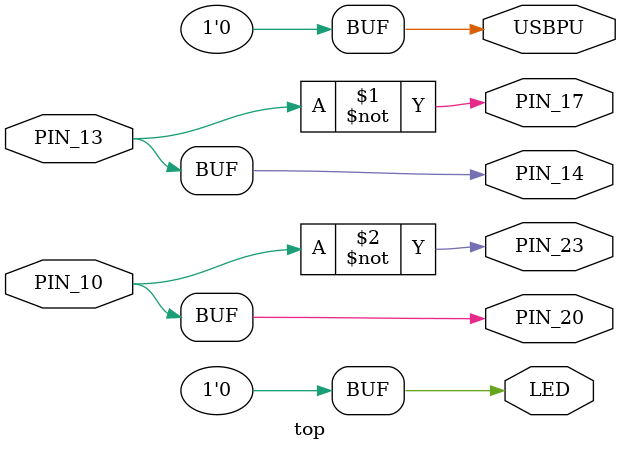
<source format=v>


// circuito: 
// pushbuttons en pines 10 y 13
// LEDS en 14 y 16

module top (
	input PIN_13, PIN_10,
	output PIN_14, PIN_17, PIN_20, PIN_23,
    output LED,   // User/boot LED next to power LED
    output USBPU  // USB pull-up resistor
);
    // drive USB pull-up resistor to '0' to disable USB
    assign USBPU = 0;
	
	assign LED = 1'b0;
	assign PIN_14 = PIN_13;
	assign PIN_17 = ~PIN_13;
	assign PIN_20 = PIN_10;
	assign PIN_23 = ~PIN_10;
	
endmodule

</source>
